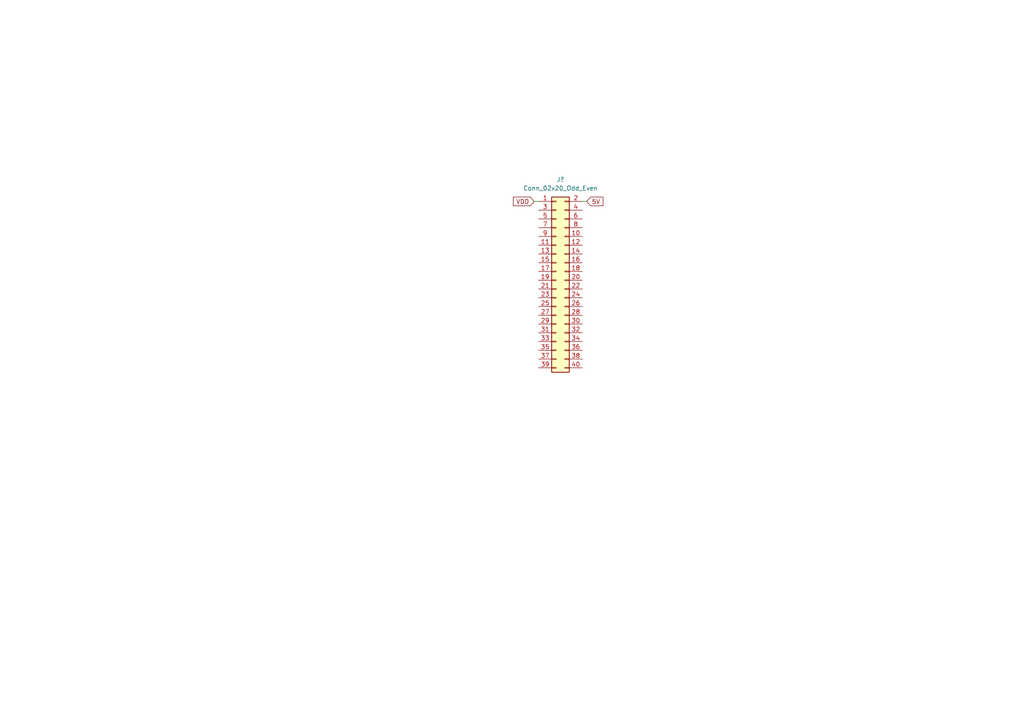
<source format=kicad_sch>
(kicad_sch (version 20211123) (generator eeschema)
  (paper "A4")
  (lib_symbols
    (symbol "Connector_Generic:Conn_02x20_Odd_Even" (pin_names (offset 1.016) hide)
      (property "Reference" "J" (at 1.27 25.4 0))
      (property "Value" "Conn_02x20_Odd_Even" (at 1.27 -27.94 0))
      (symbol "Conn_02x20_Odd_Even_1_1"
        (rectangle (start -1.27 -25.273) (end 0 -25.527) (stroke (width 0.1524)))
        (rectangle (start -1.27 -22.733) (end 0 -22.987) (stroke (width 0.1524)))
        (rectangle (start -1.27 -20.193) (end 0 -20.447) (stroke (width 0.1524)))
        (rectangle (start -1.27 -17.653) (end 0 -17.907) (stroke (width 0.1524)))
        (rectangle (start -1.27 -15.113) (end 0 -15.367) (stroke (width 0.1524)))
        (rectangle (start -1.27 -12.573) (end 0 -12.827) (stroke (width 0.1524)))
        (rectangle (start -1.27 -10.033) (end 0 -10.287) (stroke (width 0.1524)))
        (rectangle (start -1.27 -7.493) (end 0 -7.747) (stroke (width 0.1524)))
        (rectangle (start -1.27 -4.953) (end 0 -5.207) (stroke (width 0.1524)))
        (rectangle (start -1.27 -2.413) (end 0 -2.667) (stroke (width 0.1524)))
        (rectangle (start -1.27 0.127) (end 0 -0.127) (stroke (width 0.1524)))
        (rectangle (start -1.27 2.667) (end 0 2.413) (stroke (width 0.1524)))
        (rectangle (start -1.27 5.207) (end 0 4.953) (stroke (width 0.1524)))
        (rectangle (start -1.27 7.747) (end 0 7.493) (stroke (width 0.1524)))
        (rectangle (start -1.27 10.287) (end 0 10.033) (stroke (width 0.1524)))
        (rectangle (start -1.27 12.827) (end 0 12.573) (stroke (width 0.1524)))
        (rectangle (start -1.27 15.367) (end 0 15.113) (stroke (width 0.1524)))
        (rectangle (start -1.27 17.907) (end 0 17.653) (stroke (width 0.1524)))
        (rectangle (start -1.27 20.447) (end 0 20.193) (stroke (width 0.1524)))
        (rectangle (start -1.27 22.987) (end 0 22.733) (stroke (width 0.1524)))
        (rectangle (start -1.27 24.13) (end 3.81 -26.67) (stroke (width 0.254)) (fill (type background)))
        (rectangle (start 3.81 -25.273) (end 2.54 -25.527) (stroke (width 0.1524)))
        (rectangle (start 3.81 -22.733) (end 2.54 -22.987) (stroke (width 0.1524)))
        (rectangle (start 3.81 -20.193) (end 2.54 -20.447) (stroke (width 0.1524)))
        (rectangle (start 3.81 -17.653) (end 2.54 -17.907) (stroke (width 0.1524)))
        (rectangle (start 3.81 -15.113) (end 2.54 -15.367) (stroke (width 0.1524)))
        (rectangle (start 3.81 -12.573) (end 2.54 -12.827) (stroke (width 0.1524)))
        (rectangle (start 3.81 -10.033) (end 2.54 -10.287) (stroke (width 0.1524)))
        (rectangle (start 3.81 -7.493) (end 2.54 -7.747) (stroke (width 0.1524)))
        (rectangle (start 3.81 -4.953) (end 2.54 -5.207) (stroke (width 0.1524)))
        (rectangle (start 3.81 -2.413) (end 2.54 -2.667) (stroke (width 0.1524)))
        (rectangle (start 3.81 0.127) (end 2.54 -0.127) (stroke (width 0.1524)))
        (rectangle (start 3.81 2.667) (end 2.54 2.413) (stroke (width 0.1524)))
        (rectangle (start 3.81 5.207) (end 2.54 4.953) (stroke (width 0.1524)))
        (rectangle (start 3.81 7.747) (end 2.54 7.493) (stroke (width 0.1524)))
        (rectangle (start 3.81 10.287) (end 2.54 10.033) (stroke (width 0.1524)))
        (rectangle (start 3.81 12.827) (end 2.54 12.573) (stroke (width 0.1524)))
        (rectangle (start 3.81 15.367) (end 2.54 15.113) (stroke (width 0.1524)))
        (rectangle (start 3.81 17.907) (end 2.54 17.653) (stroke (width 0.1524)))
        (rectangle (start 3.81 20.447) (end 2.54 20.193) (stroke (width 0.1524)))
        (rectangle (start 3.81 22.987) (end 2.54 22.733) (stroke (width 0.1524)))
        (pin passive line (at -5.08 22.86 0) (length 3.81) (name "Pin_1") (number "1"))
        (pin passive line (at 7.62 12.7 180) (length 3.81) (name "Pin_10") (number "10"))
        (pin passive line (at -5.08 10.16 0) (length 3.81) (name "Pin_11") (number "11"))
        (pin passive line (at 7.62 10.16 180) (length 3.81) (name "Pin_12") (number "12"))
        (pin passive line (at -5.08 7.62 0) (length 3.81) (name "Pin_13") (number "13"))
        (pin passive line (at 7.62 7.62 180) (length 3.81) (name "Pin_14") (number "14"))
        (pin passive line (at -5.08 5.08 0) (length 3.81) (name "Pin_15") (number "15"))
        (pin passive line (at 7.62 5.08 180) (length 3.81) (name "Pin_16") (number "16"))
        (pin passive line (at -5.08 2.54 0) (length 3.81) (name "Pin_17") (number "17"))
        (pin passive line (at 7.62 2.54 180) (length 3.81) (name "Pin_18") (number "18"))
        (pin passive line (at -5.08 0 0) (length 3.81) (name "Pin_19") (number "19"))
        (pin passive line (at 7.62 22.86 180) (length 3.81) (name "Pin_2") (number "2"))
        (pin passive line (at 7.62 0 180) (length 3.81) (name "Pin_20") (number "20"))
        (pin passive line (at -5.08 -2.54 0) (length 3.81) (name "Pin_21") (number "21"))
        (pin passive line (at 7.62 -2.54 180) (length 3.81) (name "Pin_22") (number "22"))
        (pin passive line (at -5.08 -5.08 0) (length 3.81) (name "Pin_23") (number "23"))
        (pin passive line (at 7.62 -5.08 180) (length 3.81) (name "Pin_24") (number "24"))
        (pin passive line (at -5.08 -7.62 0) (length 3.81) (name "Pin_25") (number "25"))
        (pin passive line (at 7.62 -7.62 180) (length 3.81) (name "Pin_26") (number "26"))
        (pin passive line (at -5.08 -10.16 0) (length 3.81) (name "Pin_27") (number "27"))
        (pin passive line (at 7.62 -10.16 180) (length 3.81) (name "Pin_28") (number "28"))
        (pin passive line (at -5.08 -12.7 0) (length 3.81) (name "Pin_29") (number "29"))
        (pin passive line (at -5.08 20.32 0) (length 3.81) (name "Pin_3") (number "3"))
        (pin passive line (at 7.62 -12.7 180) (length 3.81) (name "Pin_30") (number "30"))
        (pin passive line (at -5.08 -15.24 0) (length 3.81) (name "Pin_31") (number "31"))
        (pin passive line (at 7.62 -15.24 180) (length 3.81) (name "Pin_32") (number "32"))
        (pin passive line (at -5.08 -17.78 0) (length 3.81) (name "Pin_33") (number "33"))
        (pin passive line (at 7.62 -17.78 180) (length 3.81) (name "Pin_34") (number "34"))
        (pin passive line (at -5.08 -20.32 0) (length 3.81) (name "Pin_35") (number "35"))
        (pin passive line (at 7.62 -20.32 180) (length 3.81) (name "Pin_36") (number "36"))
        (pin passive line (at -5.08 -22.86 0) (length 3.81) (name "Pin_37") (number "37"))
        (pin passive line (at 7.62 -22.86 180) (length 3.81) (name "Pin_38") (number "38"))
        (pin passive line (at -5.08 -25.4 0) (length 3.81) (name "Pin_39") (number "39"))
        (pin passive line (at 7.62 20.32 180) (length 3.81) (name "Pin_4") (number "4"))
        (pin passive line (at 7.62 -25.4 180) (length 3.81) (name "Pin_40") (number "40"))
        (pin passive line (at -5.08 17.78 0) (length 3.81) (name "Pin_5") (number "5"))
        (pin passive line (at 7.62 17.78 180) (length 3.81) (name "Pin_6") (number "6"))
        (pin passive line (at -5.08 15.24 0) (length 3.81) (name "Pin_7") (number "7"))
        (pin passive line (at 7.62 15.24 180) (length 3.81) (name "Pin_8") (number "8"))
        (pin passive line (at -5.08 12.7 0) (length 3.81) (name "Pin_9") (number "9"))
      )
    )
  )
  (wire (pts (xy 154.94 58.42) (xy 156.21 58.42)))
  (wire (pts (xy 168.91 58.42) (xy 170.18 58.42)))
  (global_label "VDD" (shape input) (at 154.94 58.42 180) (property "Intersheet References" "${INTERSHEET_REFS}" (effects hide)))
  (global_label "5V" (shape input) (at 170.18 58.42 0) (property "Intersheet References" "${INTERSHEET_REFS}" (effects hide)))
  (symbol (lib_id "Connector_Generic:Conn_02x20_Odd_Even") (at 161.29 81.28 0) (unit 1)
    (property "Reference" "J?" (at 162.56 52.07 0))
    (property "Value" "Conn_02x20_Odd_Even" (at 162.56 54.61 0))
  )
)
</source>
